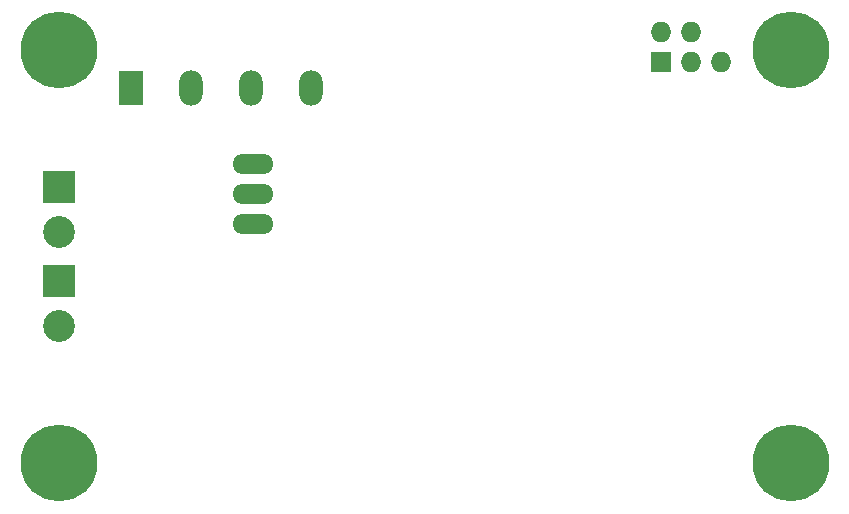
<source format=gbs>
G04 #@! TF.FileFunction,Soldermask,Bot*
%FSLAX45Y45*%
G04 Gerber Fmt 4.5, Leading zero omitted, Abs format (unit mm)*
G04 Created by KiCad (PCBNEW (after 2015-may-01 BZR unknown)-product) date 21-May-15 9:37:35 AM*
%MOMM*%
G01*
G04 APERTURE LIST*
%ADD10C,0.100000*%
%ADD11O,3.500120X1.699260*%
%ADD12C,6.500000*%
%ADD13O,2.000000X3.000000*%
%ADD14R,2.000000X3.000000*%
%ADD15C,2.700000*%
%ADD16R,2.700000X2.700000*%
%ADD17R,1.727200X1.727200*%
%ADD18O,1.727200X1.727200*%
G04 APERTURE END LIST*
D10*
D11*
X8548500Y-9223100D03*
X8548500Y-9477100D03*
X8548500Y-8969100D03*
D12*
X13100000Y-8000000D03*
X6900000Y-8000000D03*
X6900000Y-11500000D03*
X13100000Y-11500000D03*
D13*
X8021000Y-8325000D03*
X8529000Y-8325000D03*
X9037000Y-8325000D03*
D14*
X7513000Y-8325000D03*
D15*
X6900000Y-9540500D03*
D16*
X6900000Y-9159500D03*
D15*
X6900000Y-10340500D03*
D16*
X6900000Y-9959500D03*
D17*
X12000000Y-8100000D03*
D18*
X12000000Y-7846000D03*
X12254000Y-8100000D03*
X12254000Y-7846000D03*
X12508000Y-8100000D03*
M02*

</source>
